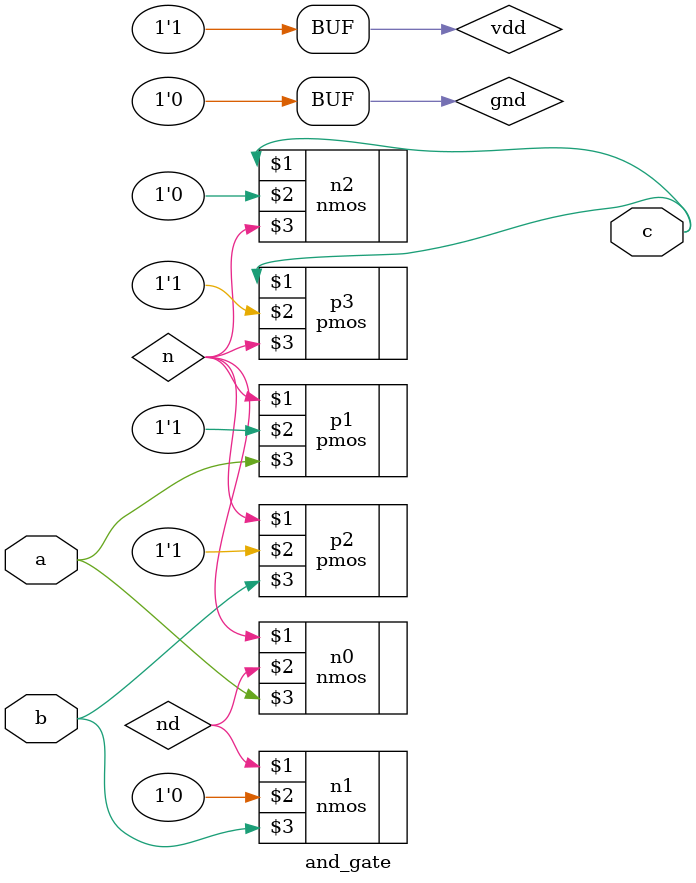
<source format=v>
module and_gate(input a, b, output c);
  supply1 vdd;
  supply0 gnd;
  wire n;
  wire nd;

  pmos p1(n, vdd, a);
  pmos p2(n, vdd, b);

  nmos n1(nd, gnd, b);
  nmos n0(n, nd, a);

  pmos p3(c, vdd, n);
  nmos n2(c, gnd, n);
endmodule


</source>
